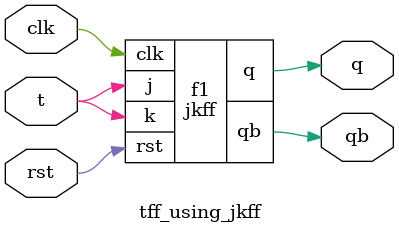
<source format=v>
`timescale 1ns / 1ps

module jkff(input j,k,clk,rst,
output reg q,
output qb);
always@(posedge clk)
begin
if(rst)
    q<=0;
else
    begin
    case({j,k})
    
        2'b00 : q<=q;
        2'b01 : q<=0;
        2'b10 : q<=1;
        2'b11 : q<=~q;
     
     endcase
     end
end
assign qb = ~q;
endmodule


module tff_using_jkff(
input t,clk,rst,
output q,qb
    );
jkff f1(t,t,clk,rst,q,qb);   
endmodule

</source>
